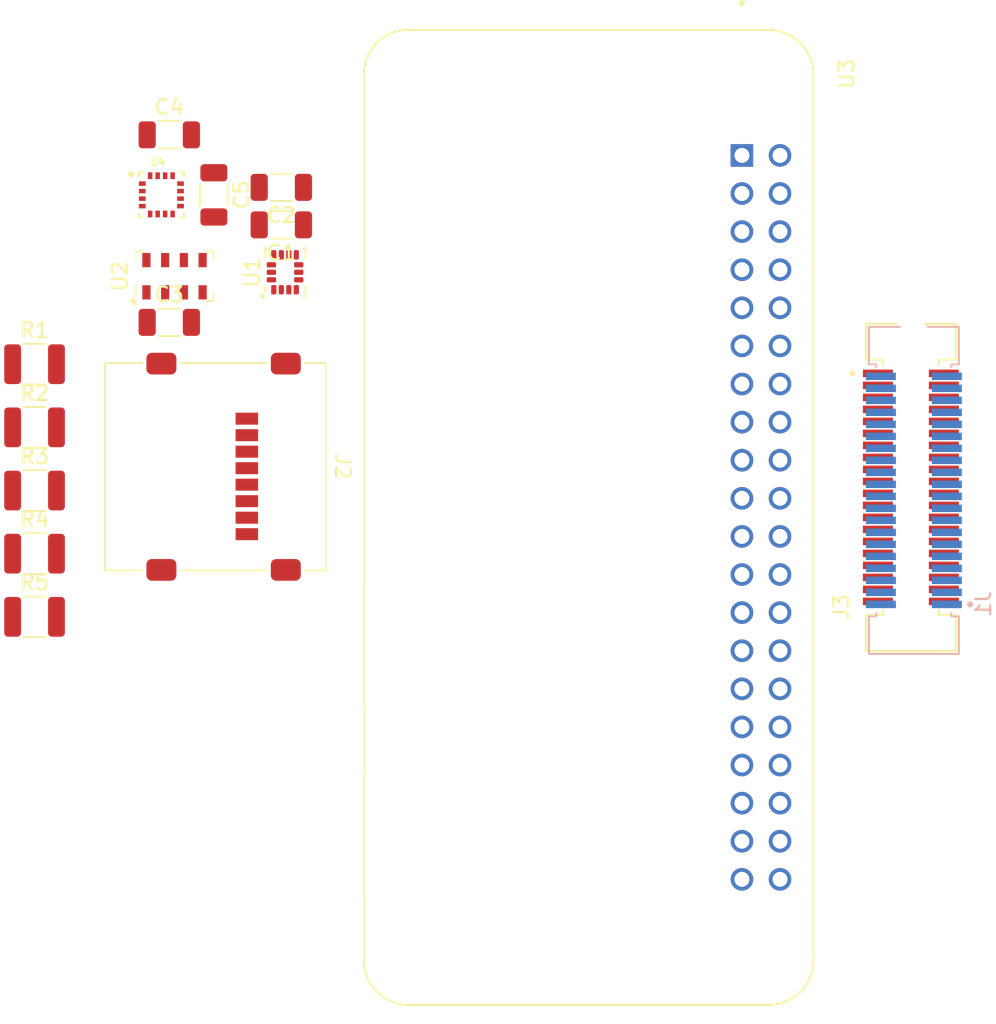
<source format=kicad_pcb>
(kicad_pcb (version 20240108) (generator "pcbnew") (generator_version "8.0")
  (layers (0 "F.Cu" signal) (31 "B.Cu" signal) (34 "B.Paste" user) (35 "F.Paste" user) (36 "B.SilkS" user "B.Silkscreen") (37 "F.SilkS" user "F.Silkscreen") (38 "B.Mask" user) (39 "F.Mask" user) (44 "Edge.Cuts" user))
  (net 0 "")
  (net 1 "+3.3V")
  (net 2 "GND")
  (net 3 "Net-(U4-CAP)")
  (net 44 "Net-(J2-DAT1)")
  (net 45 "Net-(J2-DAT2)")
  (net 46 "BUS_SPI0_MOSI")
  (net 47 "BUS_SPI0_MISO")
  (net 48 "BUS_SPI0_CE0")
  (net 49 "BUS_SPI0_SCLK")
  (net 50 "BUS_SPI1_MOSI")
  (net 52 "BUS_SPI1_SCLK")
  (net 53 "BUS_SPI1_MISO")
  (net 57 "BUS_SPI1_CE0")
  (net 58 "BUS_SPI1_CE1")
  (net 59 "PI_GPIO_6")
  (net 60 "+5V")
  (net 61 "PI_PWM1")
  (net 62 "PI_GPIO_22")
  (net 63 "BUS_I2C0_SDA")
  (net 64 "PI_GPIO_27")
  (net 65 "PI_GPIO_23")
  (net 66 "BUS_I2C0_SCL")
  (net 67 "BUS_I2C1_SCL")
  (net 68 "PI_PWM0")
  (net 69 "PI_GPIO_7")
  (net 70 "PI_UART_RX")
  (net 71 "PI_GPIO_24")
  (net 72 "BUS_SPI1_CE2")
  (net 73 "PI_GPIO_25")
  (net 74 "PI_GPIO_26")
  (net 75 "PI_UART_TX")
  (net 76 "BUS_I2C1_SDA")
  (net 77 "PI_GPIO_5")
  (net 78 "PI_GPIO_4")
  (footprint "Resistor_SMD:R_1210_3225Metric" (layer "F.Cu") (at 104.0375 70.42)
    (property "Reference" "R4" (at 0 -2.28 0) (layer "F.SilkS"))
    (property "Value" "50k")
    (fp_line (start -0.723737 -1.355) (end 0.723737 -1.355) (stroke (width 0.12)) (layer "F.SilkS"))
    (fp_line (start -0.723737 1.355) (end 0.723737 1.355) (stroke (width 0.12)) (layer "F.SilkS"))
    (pad "1" smd roundrect (at -1.4625 0) (size 1.125 2.65) (layers "F.Cu" "F.Paste" "F.Mask") (roundrect_rratio 0.222222) (net 1 "+3.3V"))
    (pad "2" smd roundrect (at 1.4625 0) (size 1.125 2.65) (layers "F.Cu" "F.Paste" "F.Mask") (roundrect_rratio 0.222222) (net 48 "BUS_SPI0_CE0"))
  )
  (footprint "Resistor_SMD:R_1210_3225Metric" (layer "F.Cu") (at 104.0375 57.79)
    (property "Reference" "R1" (at 0 -2.28 0) (layer "F.SilkS"))
    (property "Value" "50k")
    (fp_line (start -0.723737 -1.355) (end 0.723737 -1.355) (stroke (width 0.12)) (layer "F.SilkS"))
    (fp_line (start -0.723737 1.355) (end 0.723737 1.355) (stroke (width 0.12)) (layer "F.SilkS"))
    (pad "1" smd roundrect (at -1.4625 0) (size 1.125 2.65) (layers "F.Cu" "F.Paste" "F.Mask") (roundrect_rratio 0.222222) (net 1 "+3.3V"))
    (pad "2" smd roundrect (at 1.4625 0) (size 1.125 2.65) (layers "F.Cu" "F.Paste" "F.Mask") (roundrect_rratio 0.222222) (net 44 "Net-(J2-DAT1)"))
  )
  (footprint "Resistor_SMD:R_1210_3225Metric" (layer "F.Cu") (at 104.0375 66.21)
    (property "Reference" "R3" (at 0 -2.28 0) (layer "F.SilkS"))
    (property "Value" "50k")
    (fp_line (start -0.723737 -1.355) (end 0.723737 -1.355) (stroke (width 0.12)) (layer "F.SilkS"))
    (fp_line (start -0.723737 1.355) (end 0.723737 1.355) (stroke (width 0.12)) (layer "F.SilkS"))
    (pad "1" smd roundrect (at -1.4625 0) (size 1.125 2.65) (layers "F.Cu" "F.Paste" "F.Mask") (roundrect_rratio 0.222222) (net 1 "+3.3V"))
    (pad "2" smd roundrect (at 1.4625 0) (size 1.125 2.65) (layers "F.Cu" "F.Paste" "F.Mask") (roundrect_rratio 0.222222) (net 46 "BUS_SPI0_MOSI"))
  )
  (footprint "Capacitor_SMD:C_1206_3216Metric" (layer "F.Cu") (at 116 46.5 -90)
    (property "Reference" "C5" (at 0 -1.85 90) (layer "F.SilkS"))
    (property "Value" "10u")
    (fp_line (start -0.711252 0.91) (end 0.711252 0.91) (stroke (width 0.12)) (layer "F.SilkS"))
    (fp_line (start -0.711252 -0.91) (end 0.711252 -0.91) (stroke (width 0.12)) (layer "F.SilkS"))
    (pad "1" smd roundrect (at -1.475 0 270) (size 1.15 1.8) (layers "F.Cu" "F.Paste" "F.Mask") (roundrect_rratio 0.217391) (net 3 "Net-(U4-CAP)"))
    (pad "2" smd roundrect (at 1.475 0 270) (size 1.15 1.8) (layers "F.Cu" "F.Paste" "F.Mask") (roundrect_rratio 0.217391) (net 2 "GND"))
  )
  (footprint "Package_LGA:LGA-8_3x5mm_P1.25mm" (layer "F.Cu") (at 113.375 51.925 90)
    (property "Reference" "U2" (at 0 -3.65 90) (layer "F.SilkS"))
    (property "Value" "MS5611-01BA")
    (fp_line (start 1.65 -2.6) (end 1.65 -2.1) (stroke (width 0.12)) (layer "F.SilkS"))
    (fp_line (start 1.15 -2.6) (end 1.65 -2.6) (stroke (width 0.12)) (layer "F.SilkS"))
    (fp_line (start -1.35 -2.6) (end -0.6 -2.6) (stroke (width 0.12)) (layer "F.SilkS"))
    (fp_line (start 1.65 2.1) (end 1.65 2.6) (stroke (width 0.12)) (layer "F.SilkS"))
    (fp_line (start 1.65 2.6) (end 1.15 2.6) (stroke (width 0.12)) (layer "F.SilkS"))
    (fp_line (start -1.15 2.6) (end -1.65 2.6) (stroke (width 0.12)) (layer "F.SilkS"))
    (fp_line (start -1.65 2.6) (end -1.65 2.1) (stroke (width 0.12)) (layer "F.SilkS"))
    (fp_poly (pts (xy -1.55 -2.6) (xy -1.91 -2.6) (xy -1.55 -2.96) (xy -1.55 -2.6)) (stroke (width 0.12)) (fill solid) (layer "F.SilkS"))
    (pad "1" smd rect (at -1.075 -1.875 90) (size 0.95 0.55) (layers "F.Cu" "F.Paste" "F.Mask") (net 1 "+3.3V"))
    (pad "2" smd rect (at -1.075 -0.625 90) (size 0.95 0.55) (layers "F.Cu" "F.Paste" "F.Mask") (net 2 "GND"))
    (pad "3" smd rect (at -1.075 0.625 90) (size 0.95 0.55) (layers "F.Cu" "F.Paste" "F.Mask") (net 2 "GND"))
    (pad "4" smd rect (at -1.075 1.875 90) (size 0.95 0.55) (layers "F.Cu" "F.Paste" "F.Mask") (net 58 "BUS_SPI1_CE1"))
    (pad "5" smd rect (at 1.075 1.875 90) (size 0.95 0.55) (layers "F.Cu" "F.Paste" "F.Mask") (net 58 "BUS_SPI1_CE1"))
    (pad "6" smd rect (at 1.075 0.625 90) (size 0.95 0.55) (layers "F.Cu" "F.Paste" "F.Mask") (net 53 "BUS_SPI1_MISO"))
    (pad "7" smd rect (at 1.075 -0.625 90) (size 0.95 0.55) (layers "F.Cu" "F.Paste" "F.Mask") (net 50 "BUS_SPI1_MOSI"))
    (pad "8" smd rect (at 1.075 -1.875 90) (size 0.95 0.55) (layers "F.Cu" "F.Paste" "F.Mask") (net 52 "BUS_SPI1_SCLK"))
  )
  (footprint "61082-041602LF:AMPHENOL_61082-041602LF" (layer "F.Cu") (at 162.5 66 90)
    (property "Reference" "J3" (at -7.975 -4.635 90) (layer "F.SilkS"))
    (property "Value" "61082-041602LF")
    (fp_line (start 10.9 -3) (end 8.52 -3) (stroke (width 0.127)) (layer "F.SilkS"))
    (fp_line (start 8.52 -3) (end 8.52 -1.875) (stroke (width 0.127)) (layer "F.SilkS"))
    (fp_line (start -8.52 -3) (end -10.9 -3) (stroke (width 0.127)) (layer "F.SilkS"))
    (fp_line (start -10.9 -3) (end -10.9 3) (stroke (width 0.127)) (layer "F.SilkS"))
    (fp_line (start 8.52 -1.875) (end 8.17 -1.875) (stroke (width 0.127)) (layer "F.SilkS"))
    (fp_line (start -8.17 -1.875) (end -8.52 -1.875) (stroke (width 0.127)) (layer "F.SilkS"))
    (fp_line (start -8.52 -1.875) (end -8.52 -3) (stroke (width 0.127)) (layer "F.SilkS"))
    (fp_line (start 10.9 -0.935) (end 10.9 -3) (stroke (width 0.127)) (layer "F.SilkS"))
    (fp_line (start 8.52 1.875) (end 8.52 3) (stroke (width 0.127)) (layer "F.SilkS"))
    (fp_line (start 8.17 1.875) (end 8.52 1.875) (stroke (width 0.127)) (layer "F.SilkS"))
    (fp_line (start -8.52 1.875) (end -8.17 1.875) (stroke (width 0.127)) (layer "F.SilkS"))
    (fp_line (start 10.9 3) (end 10.9 0.935) (stroke (width 0.127)) (layer "F.SilkS"))
    (fp_line (start 8.52 3) (end 10.9 3) (stroke (width 0.127)) (layer "F.SilkS"))
    (fp_line (start -8.52 3) (end -8.52 1.875) (stroke (width 0.127)) (layer "F.SilkS"))
    (fp_line (start -10.9 3) (end -8.52 3) (stroke (width 0.127)) (layer "F.SilkS"))
    (fp_circle (center 7.6 -3.9) (end 7.7 -3.9) (stroke (width 0.2)) (fill none) (layer "F.SilkS"))
    (pad "" np_thru_hole circle (at -10.1 0 90) (size 0.83 0.83) (drill 0.83) (layers "*.Cu" "*.Mask"))
    (pad "" np_thru_hole circle (at 10.1 0 90) (size 1.23 1.23) (drill 1.23) (layers "*.Cu" "*.Mask"))
    (pad "1" smd rect (at 7.6 -2.2 90) (size 0.5 2) (layers "F.Cu" "F.Paste" "F.Mask"))
    (pad "2" smd rect (at 7.6 2.2 90) (size 0.5 2) (layers "F.Cu" "F.Paste" "F.Mask"))
    (pad "3" smd rect (at 6.8 -2.2 90) (size 0.5 2) (layers "F.Cu" "F.Paste" "F.Mask"))
    (pad "4" smd rect (at 6.8 2.2 90) (size 0.5 2) (layers "F.Cu" "F.Paste" "F.Mask"))
    (pad "5" smd rect (at 6 -2.2 90) (size 0.5 2) (layers "F.Cu" "F.Paste" "F.Mask"))
    (pad "6" smd rect (at 6 2.2 90) (size 0.5 2) (layers "F.Cu" "F.Paste" "F.Mask"))
    (pad "7" smd rect (at 5.2 -2.2 90) (size 0.5 2) (layers "F.Cu" "F.Paste" "F.Mask"))
    (pad "8" smd rect (at 5.2 2.2 90) (size 0.5 2) (layers "F.Cu" "F.Paste" "F.Mask"))
    (pad "9" smd rect (at 4.4 -2.2 90) (size 0.5 2) (layers "F.Cu" "F.Paste" "F.Mask"))
    (pad "10" smd rect (at 4.4 2.2 90) (size 0.5 2) (layers "F.Cu" "F.Paste" "F.Mask"))
    (pad "11" smd rect (at 3.6 -2.2 90) (size 0.5 2) (layers "F.Cu" "F.Paste" "F.Mask"))
    (pad "12" smd rect (at 3.6 2.2 90) (size 0.5 2) (layers "F.Cu" "F.Paste" "F.Mask"))
    (pad "13" smd rect (at 2.8 -2.2 90) (size 0.5 2) (layers "F.Cu" "F.Paste" "F.Mask"))
    (pad "14" smd rect (at 2.8 2.2 90) (size 0.5 2) (layers "F.Cu" "F.Paste" "F.Mask"))
    (pad "15" smd rect (at 2 -2.2 90) (size 0.5 2) (layers "F.Cu" "F.Paste" "F.Mask"))
    (pad "16" smd rect (at 2 2.2 90) (size 0.5 2) (layers "F.Cu" "F.Paste" "F.Mask"))
    (pad "17" smd rect (at 1.2 -2.2 90) (size 0.5 2) (layers "F.Cu" "F.Paste" "F.Mask"))
    (pad "18" smd rect (at 1.2 2.2 90) (size 0.5 2) (layers "F.Cu" "F.Paste" "F.Mask"))
    (pad "19" smd rect (at 0.4 -2.2 90) (size 0.5 2) (layers "F.Cu" "F.Paste" "F.Mask"))
    (pad "20" smd rect (at 0.4 2.2 90) (size 0.5 2) (layers "F.Cu" "F.Paste" "F.Mask"))
    (pad "21" smd rect (at -0.4 -2.2 90) (size 0.5 2) (layers "F.Cu" "F.Paste" "F.Mask"))
    (pad "22" smd rect (at -0.4 2.2 90) (size 0.5 2) (layers "F.Cu" "F.Paste" "F.Mask"))
    (pad "23" smd rect (at -1.2 -2.2 90) (size 0.5 2) (layers "F.Cu" "F.Paste" "F.Mask"))
    (pad "24" smd rect (at -1.2 2.2 90) (size 0.5 2) (layers "F.Cu" "F.Paste" "F.Mask"))
    (pad "25" smd rect (at -2 -2.2 90) (size 0.5 2) (layers "F.Cu" "F.Paste" "F.Mask"))
    (pad "26" smd rect (at -2 2.2 90) (size 0.5 2) (layers "F.Cu" "F.Paste" "F.Mask"))
    (pad "27" smd rect (at -2.8 -2.2 90) (size 0.5 2) (layers "F.Cu" "F.Paste" "F.Mask"))
    (pad "28" smd rect (at -2.8 2.2 90) (size 0.5 2) (layers "F.Cu" "F.Paste" "F.Mask"))
    (pad "29" smd rect (at -3.6 -2.2 90) (size 0.5 2) (layers "F.Cu" "F.Paste" "F.Mask"))
    (pad "30" smd rect (at -3.6 2.2 90) (size 0.5 2) (layers "F.Cu" "F.Paste" "F.Mask"))
    (pad "31" smd rect (at -4.4 -2.2 90) (size 0.5 2) (layers "F.Cu" "F.Paste" "F.Mask"))
    (pad "32" smd rect (at -4.4 2.2 90) (size 0.5 2) (layers "F.Cu" "F.Paste" "F.Mask"))
    (pad "33" smd rect (at -5.2 -2.2 90) (size 0.5 2) (layers "F.Cu" "F.Paste" "F.Mask"))
    (pad "34" smd rect (at -5.2 2.2 90) (size 0.5 2) (layers "F.Cu" "F.Paste" "F.Mask"))
    (pad "35" smd rect (at -6 -2.2 90) (size 0.5 2) (layers "F.Cu" "F.Paste" "F.Mask"))
    (pad "36" smd rect (at -6 2.2 90) (size 0.5 2) (layers "F.Cu" "F.Paste" "F.Mask"))
    (pad "37" smd rect (at -6.8 -2.2 90) (size 0.5 2) (layers "F.Cu" "F.Paste" "F.Mask"))
    (pad "38" smd rect (at -6.8 2.2 90) (size 0.5 2) (layers "F.Cu" "F.Paste" "F.Mask"))
    (pad "39" smd rect (at -7.6 -2.2 90) (size 0.5 2) (layers "F.Cu" "F.Paste" "F.Mask"))
    (pad "40" smd rect (at -7.6 2.2 90) (size 0.5 2) (layers "F.Cu" "F.Paste" "F.Mask"))
  )
  (footprint "Resistor_SMD:R_1210_3225Metric" (layer "F.Cu") (at 104.0375 74.63)
    (property "Reference" "R5" (at 0 -2.28 0) (layer "F.SilkS"))
    (property "Value" "50k")
    (fp_line (start -0.723737 -1.355) (end 0.723737 -1.355) (stroke (width 0.12)) (layer "F.SilkS"))
    (fp_line (start -0.723737 1.355) (end 0.723737 1.355) (stroke (width 0.12)) (layer "F.SilkS"))
    (pad "1" smd roundrect (at -1.4625 0) (size 1.125 2.65) (layers "F.Cu" "F.Paste" "F.Mask") (roundrect_rratio 0.222222) (net 1 "+3.3V"))
    (pad "2" smd roundrect (at 1.4625 0) (size 1.125 2.65) (layers "F.Cu" "F.Paste" "F.Mask") (roundrect_rratio 0.222222) (net 45 "Net-(J2-DAT2)"))
  )
  (footprint "Connector_Card:microSD_HC_Molex_47219-2001" (layer "F.Cu") (at 116.1 64.625 -90)
    (property "Reference" "J2" (at 0 -8.5 -90) (layer "F.SilkS"))
    (property "Value" "Micro_SD_Card")
    (fp_line (start -6.91 7.36) (end 6.91 7.36) (stroke (width 0.12)) (layer "F.SilkS"))
    (fp_line (start -6.91 4.86) (end -6.91 7.36) (stroke (width 0.12)) (layer "F.SilkS"))
    (fp_line (start 6.91 4.86) (end 6.91 7.36) (stroke (width 0.12)) (layer "F.SilkS"))
    (fp_line (start -6.91 2.34) (end -6.91 -3.44) (stroke (width 0.12)) (layer "F.SilkS"))
    (fp_line (start 6.91 -3.44) (end 6.91 2.34) (stroke (width 0.12)) (layer "F.SilkS"))
    (fp_line (start -6.91 -7.36) (end -6.91 -5.96) (stroke (width 0.12)) (layer "F.SilkS"))
    (fp_line (start -6.91 -7.36) (end 6.91 -7.36) (stroke (width 0.12)) (layer "F.SilkS"))
    (fp_line (start 6.91 -7.36) (end 6.91 -5.96) (stroke (width 0.12)) (layer "F.SilkS"))
    (pad "1" smd rect (at -3.205 -2.1 270) (size 0.8 1.5) (layers "F.Cu" "F.Paste" "F.Mask") (net 45 "Net-(J2-DAT2)"))
    (pad "2" smd rect (at -2.105 -2.1 270) (size 0.8 1.5) (layers "F.Cu" "F.Paste" "F.Mask") (net 48 "BUS_SPI0_CE0"))
    (pad "3" smd rect (at -1.005 -2.1 270) (size 0.8 1.5) (layers "F.Cu" "F.Paste" "F.Mask") (net 46 "BUS_SPI0_MOSI"))
    (pad "4" smd rect (at 0.095 -2.1 270) (size 0.8 1.5) (layers "F.Cu" "F.Paste" "F.Mask") (net 1 "+3.3V"))
    (pad "5" smd rect (at 1.195 -2.1 270) (size 0.8 1.5) (layers "F.Cu" "F.Paste" "F.Mask") (net 49 "BUS_SPI0_SCLK"))
    (pad "6" smd rect (at 2.295 -2.1 270) (size 0.8 1.5) (layers "F.Cu" "F.Paste" "F.Mask") (net 2 "GND"))
    (pad "7" smd rect (at 3.395 -2.1 270) (size 0.8 1.5) (layers "F.Cu" "F.Paste" "F.Mask") (net 47 "BUS_SPI0_MISO"))
    (pad "8" smd rect (at 4.495 -2.1 270) (size 0.8 1.5) (layers "F.Cu" "F.Paste" "F.Mask") (net 44 "Net-(J2-DAT1)"))
    (pad "9" smd roundrect (at -6.875 -4.7 270) (size 1.45 2) (layers "F.Cu" "F.Paste" "F.Mask") (net 2 "GND"))
    (pad "9" smd roundrect (at -6.875 3.6 270) (size 1.45 2) (layers "F.Cu" "F.Paste" "F.Mask") (net 2 "GND"))
    (pad "9" smd roundrect (at 6.875 -4.7 270) (size 1.45 2) (layers "F.Cu" "F.Paste" "F.Mask") (net 2 "GND"))
    (pad "9" smd roundrect (at 6.875 3.6 270) (size 1.45 2) (layers "F.Cu" "F.Paste" "F.Mask") (net 2 "GND"))
  )
  (footprint "Capacitor_SMD:C_1206_3216Metric" (layer "F.Cu") (at 120.5 46 180)
    (property "Reference" "C2" (at 0 -1.85 360) (layer "F.SilkS"))
    (property "Value" "100n")
    (fp_line (start -0.711252 0.91) (end 0.711252 0.91) (stroke (width 0.12)) (layer "F.SilkS"))
    (fp_line (start -0.711252 -0.91) (end 0.711252 -0.91) (stroke (width 0.12)) (layer "F.SilkS"))
    (pad "1" smd roundrect (at -1.475 0 180) (size 1.15 1.8) (layers "F.Cu" "F.Paste" "F.Mask") (roundrect_rratio 0.217391) (net 1 "+3.3V"))
    (pad "2" smd roundrect (at 1.475 0 180) (size 1.15 1.8) (layers "F.Cu" "F.Paste" "F.Mask") (roundrect_rratio 0.217391) (net 2 "GND"))
  )
  (footprint "Package_LGA:LGA-14_3x2.5mm_P0.5mm_LayoutBorder3x4y" (layer "F.Cu") (at 120.75 51.6625 90)
    (property "Reference" "U1" (at 0 -2.2 90) (layer "F.SilkS"))
    (property "Value" "LSM6DSL")
    (fp_line (start 1.61 -1.36) (end 1.61 -1.185) (stroke (width 0.12)) (layer "F.SilkS"))
    (fp_line (start 0.935 -1.36) (end 1.61 -1.36) (stroke (width 0.12)) (layer "F.SilkS"))
    (fp_line (start -0.935 -1.36) (end -1.31 -1.36) (stroke (width 0.12)) (layer "F.SilkS"))
    (fp_line (start 1.61 1.36) (end 1.61 1.185) (stroke (width 0.12)) (layer "F.SilkS"))
    (fp_line (start 0.935 1.36) (end 1.61 1.36) (stroke (width 0.12)) (layer "F.SilkS"))
    (fp_line (start -0.935 1.36) (end -1.61 1.36) (stroke (width 0.12)) (layer "F.SilkS"))
    (fp_line (start -1.61 1.36) (end -1.61 1.185) (stroke (width 0.12)) (layer "F.SilkS"))
    (fp_poly (pts (xy -1.61 -1.36) (xy -1.75 -1.55) (xy -1.47 -1.55) (xy -1.61 -1.36)) (stroke (width 0.12)) (fill solid) (layer "F.SilkS"))
    (pad "1" smd roundrect (at -1.1625 -0.75 90) (size 0.625 0.35) (layers "F.Cu" "F.Paste" "F.Mask") (net 53 "BUS_SPI1_MISO"))
    (pad "2" smd roundrect (at -1.1625 -0.25 90) (size 0.625 0.35) (layers "F.Cu" "F.Paste" "F.Mask") (net 2 "GND"))
    (pad "3" smd roundrect (at -1.1625 0.25 90) (size 0.625 0.35) (layers "F.Cu" "F.Paste" "F.Mask") (net 2 "GND"))
    (pad "4" smd roundrect (at -1.1625 0.75 90) (size 0.625 0.35) (layers "F.Cu" "F.Paste" "F.Mask"))
    (pad "5" smd roundrect (at -0.5 0.9125 90) (size 0.35 0.625) (layers "F.Cu" "F.Paste" "F.Mask") (net 1 "+3.3V"))
    (pad "6" smd roundrect (at 0 0.9125 90) (size 0.35 0.625) (layers "F.Cu" "F.Paste" "F.Mask") (net 2 "GND"))
    (pad "7" smd roundrect (at 0.5 0.9125 90) (size 0.35 0.625) (layers "F.Cu" "F.Paste" "F.Mask") (net 2 "GND"))
    (pad "8" smd roundrect (at 1.1625 0.75 90) (size 0.625 0.35) (layers "F.Cu" "F.Paste" "F.Mask") (net 1 "+3.3V"))
    (pad "9" smd roundrect (at 1.1625 0.25 90) (size 0.625 0.35) (layers "F.Cu" "F.Paste" "F.Mask"))
    (pad "10" smd roundrect (at 1.1625 -0.25 90) (size 0.625 0.35) (layers "F.Cu" "F.Paste" "F.Mask"))
    (pad "11" smd roundrect (at 1.1625 -0.75 90) (size 0.625 0.35) (layers "F.Cu" "F.Paste" "F.Mask"))
    (pad "12" smd roundrect (at 0.5 -0.9125 90) (size 0.35 0.625) (layers "F.Cu" "F.Paste" "F.Mask") (net 57 "BUS_SPI1_CE0"))
    (pad "13" smd roundrect (at 0 -0.9125 90) (size 0.35 0.625) (layers "F.Cu" "F.Paste" "F.Mask") (net 52 "BUS_SPI1_SCLK"))
    (pad "14" smd roundrect (at -0.5 -0.9125 90) (size 0.35 0.625) (layers "F.Cu" "F.Paste" "F.Mask") (net 50 "BUS_SPI1_MOSI"))
  )
  (footprint "Capacitor_SMD:C_1206_3216Metric" (layer "F.Cu") (at 120.5 48.5 180)
    (property "Reference" "C1" (at 0 -1.85 360) (layer "F.SilkS"))
    (property "Value" "100n")
    (fp_line (start -0.711252 0.91) (end 0.711252 0.91) (stroke (width 0.12)) (layer "F.SilkS"))
    (fp_line (start -0.711252 -0.91) (end 0.711252 -0.91) (stroke (width 0.12)) (layer "F.SilkS"))
    (pad "1" smd roundrect (at -1.475 0 180) (size 1.15 1.8) (layers "F.Cu" "F.Paste" "F.Mask") (roundrect_rratio 0.217391) (net 1 "+3.3V"))
    (pad "2" smd roundrect (at 1.475 0 180) (size 1.15 1.8) (layers "F.Cu" "F.Paste" "F.Mask") (roundrect_rratio 0.217391) (net 2 "GND"))
  )
  (footprint "Capacitor_SMD:C_1206_3216Metric" (layer "F.Cu") (at 113.025 42.5)
    (property "Reference" "C4" (at 0 -1.85 0) (layer "F.SilkS"))
    (property "Value" "1u")
    (fp_line (start -0.711252 -0.91) (end 0.711252 -0.91) (stroke (width 0.12)) (layer "F.SilkS"))
    (fp_line (start -0.711252 0.91) (end 0.711252 0.91) (stroke (width 0.12)) (layer "F.SilkS"))
    (pad "1" smd roundrect (at -1.475 0) (size 1.15 1.8) (layers "F.Cu" "F.Paste" "F.Mask") (roundrect_rratio 0.217391) (net 1 "+3.3V"))
    (pad "2" smd roundrect (at 1.475 0) (size 1.15 1.8) (layers "F.Cu" "F.Paste" "F.Mask") (roundrect_rratio 0.217391) (net 2 "GND"))
  )
  (footprint "Resistor_SMD:R_1210_3225Metric" (layer "F.Cu") (at 104.0375 62)
    (property "Reference" "R2" (at 0 -2.28 0) (layer "F.SilkS"))
    (property "Value" "50k")
    (fp_line (start -0.723737 -1.355) (end 0.723737 -1.355) (stroke (width 0.12)) (layer "F.SilkS"))
    (fp_line (start -0.723737 1.355) (end 0.723737 1.355) (stroke (width 0.12)) (layer "F.SilkS"))
    (pad "1" smd roundrect (at -1.4625 0) (size 1.125 2.65) (layers "F.Cu" "F.Paste" "F.Mask") (roundrect_rratio 0.222222) (net 1 "+3.3V"))
    (pad "2" smd roundrect (at 1.4625 0) (size 1.125 2.65) (layers "F.Cu" "F.Paste" "F.Mask") (roundrect_rratio 0.222222) (net 47 "BUS_SPI0_MISO"))
  )
  (footprint "MMC5983MA:MMC5983_PQFN50" (layer "F.Cu") (at 112.5 46.5)
    (property "Reference" "U4" (at -0.226 -2.1868 0) (layer "F.SilkS") (effects (font (size 0.48 0.48) (thickness 0.12))))
    (property "Value" "MMC5983MA")
    (fp_line (start -1.5 -1.5) (end -1.25 -1.5) (stroke (width 0.127)) (layer "F.SilkS"))
    (fp_line (start -1.5 -1.25) (end -1.5 -1.5) (stroke (width 0.127)) (layer "F.SilkS"))
    (fp_line (start -1.5 1.5) (end -1.5 1.25) (stroke (width 0.127)) (layer "F.SilkS"))
    (fp_line (start -1.25 1.5) (end -1.5 1.5) (stroke (width 0.127)) (layer "F.SilkS"))
    (fp_line (start 1.25 -1.5) (end 1.5 -1.5) (stroke (width 0.127)) (layer "F.SilkS"))
    (fp_line (start 1.5 -1.5) (end 1.5 -1.25) (stroke (width 0.127)) (layer "F.SilkS"))
    (fp_line (start 1.5 1.25) (end 1.5 1.5) (stroke (width 0.127)) (layer "F.SilkS"))
    (fp_line (start 1.5 1.5) (end 1.25 1.5) (stroke (width 0.127)) (layer "F.SilkS"))
    (fp_circle (center -2.028 -1.378) (end -1.928 -1.378) (stroke (width 0.2)) (fill none) (layer "F.SilkS"))
    (pad "1" smd rect (at -1.275 -0.75) (size 0.45 0.3) (layers "F.Cu" "F.Paste" "F.Mask") (net 52 "BUS_SPI1_SCLK"))
    (pad "2" smd rect (at -1.275 -0.25) (size 0.45 0.3) (layers "F.Cu" "F.Paste" "F.Mask") (net 1 "+3.3V"))
    (pad "3" smd rect (at -1.275 0.25) (size 0.45 0.3) (layers "F.Cu" "F.Paste" "F.Mask"))
    (pad "4" smd rect (at -1.275 0.75) (size 0.45 0.3) (layers "F.Cu" "F.Paste" "F.Mask") (net 72 "BUS_SPI1_CE2"))
    (pad "5" smd rect (at -0.75 1.275) (size 0.3 0.45) (layers "F.Cu" "F.Paste" "F.Mask") (net 53 "BUS_SPI1_MISO"))
    (pad "6" smd rect (at -0.25 1.275) (size 0.3 0.45) (layers "F.Cu" "F.Paste" "F.Mask"))
    (pad "7" smd rect (at 0.25 1.275) (size 0.3 0.45) (layers "F.Cu" "F.Paste" "F.Mask"))
    (pad "8" smd rect (at 0.75 1.275) (size 0.3 0.45) (layers "F.Cu" "F.Paste" "F.Mask"))
    (pad "9" smd rect (at 1.275 0.75) (size 0.45 0.3) (layers "F.Cu" "F.Paste" "F.Mask") (net 2 "GND"))
    (pad "10" smd rect (at 1.275 0.25) (size 0.45 0.3) (layers "F.Cu" "F.Paste" "F.Mask") (net 3 "Net-(U4-CAP)"))
    (pad "11" smd rect (at 1.275 -0.25) (size 0.45 0.3) (layers "F.Cu" "F.Paste" "F.Mask") (net 2 "GND"))
    (pad "12" smd rect (at 1.275 -0.75) (size 0.45 0.3) (layers "F.Cu" "F.Paste" "F.Mask"))
    (pad "13" smd rect (at 0.75 -1.275) (size 0.3 0.45) (layers "F.Cu" "F.Paste" "F.Mask") (net 1 "+3.3V"))
    (pad "14" smd rect (at 0.25 -1.275) (size 0.3 0.45) (layers "F.Cu" "F.Paste" "F.Mask"))
    (pad "15" smd rect (at -0.25 -1.275) (size 0.3 0.45) (layers "F.Cu" "F.Paste" "F.Mask"))
    (pad "16" smd rect (at -0.75 -1.275) (size 0.3 0.45) (layers "F.Cu" "F.Paste" "F.Mask") (net 50 "BUS_SPI1_MOSI"))
  )
  (footprint "RPI_Zero2W:MODULE_RASPBERRY_PI_ZERO_2_W" (layer "F.Cu") (at 141 68 -90)
    (property "Reference" "U3" (at -29.569 -17.2162 90) (layer "F.SilkS") (effects (font (size 1.00189 1.00189))))
    (property "Value" "RASPBERRY_PI_ZERO_2_W")
    (fp_line (start -29.5 15) (end 29.5 15) (stroke (width 0.127)) (layer "F.SilkS"))
    (fp_line (start 4.4 15) (end 12.75 15) (stroke (width 0.127)) (layer "F.SilkS"))
    (fp_line (start 17 15) (end 25.35 15) (stroke (width 0.127)) (layer "F.SilkS"))
    (fp_line (start 32.5 12) (end 32.5 -12) (stroke (width 0.127)) (layer "F.SilkS"))
    (fp_line (start -32.5 -12) (end -32.5 12) (stroke (width 0.127)) (layer "F.SilkS"))
    (fp_line (start 29.5 -15) (end -29.5 -15) (stroke (width 0.127)) (layer "F.SilkS"))
    (fp_arc (start -29.5 15) (mid -31.62132 14.12132) (end -32.5 12) (stroke (width 0.127)) (layer "F.SilkS"))
    (fp_arc (start 32.5 12) (mid 31.62132 14.12132) (end 29.5 15) (stroke (width 0.127)) (layer "F.SilkS"))
    (fp_arc (start -32.5 -12) (mid -31.62132 -14.12132) (end -29.5 -15) (stroke (width 0.127)) (layer "F.SilkS"))
    (fp_arc (start 29.5 -15) (mid 31.62132 -14.12132) (end 32.5 -12) (stroke (width 0.127)) (layer "F.SilkS"))
    (fp_circle (center -34.29 -10.23) (end -34.19 -10.23) (stroke (width 0.2)) (fill none) (layer "F.SilkS"))
    (pad "" np_thru_hole circle (at -29 -11.5 270) (size 2.75 2.75) (drill 2.75) (layers "*.Cu" "*.Mask"))
    (pad "" np_thru_hole circle (at -29 11.5 270) (size 2.75 2.75) (drill 2.75) (layers "*.Cu" "*.Mask"))
    (pad "" np_thru_hole circle (at 29 -11.5 270) (size 2.75 2.75) (drill 2.75) (layers "*.Cu" "*.Mask"))
    (pad "" np_thru_hole circle (at 29 11.5 270) (size 2.75 2.75) (drill 2.75) (layers "*.Cu" "*.Mask"))
    (pad "1" thru_hole rect (at -24.13 -10.23 270) (size 1.508 1.508) (drill 1) (layers "*.Cu" "*.Mask") (net 1 "+3.3V"))
    (pad "2" thru_hole circle (at -24.13 -12.77 270) (size 1.508 1.508) (drill 1) (layers "*.Cu" "*.Mask") (net 60 "+5V"))
    (pad "3" thru_hole circle (at -21.59 -10.23 270) (size 1.508 1.508) (drill 1) (layers "*.Cu" "*.Mask") (net 76 "BUS_I2C1_SDA"))
    (pad "4" thru_hole circle (at -21.59 -12.77 270) (size 1.508 1.508) (drill 1) (layers "*.Cu" "*.Mask") (net 60 "+5V"))
    (pad "5" thru_hole circle (at -19.05 -10.23 270) (size 1.508 1.508) (drill 1) (layers "*.Cu" "*.Mask") (net 67 "BUS_I2C1_SCL"))
    (pad "6" thru_hole circle (at -19.05 -12.77 270) (size 1.508 1.508) (drill 1) (layers "*.Cu" "*.Mask") (net 2 "GND"))
    (pad "7" thru_hole circle (at -16.51 -10.23 270) (size 1.508 1.508) (drill 1) (layers "*.Cu" "*.Mask") (net 78 "PI_GPIO_4"))
    (pad "8" thru_hole circle (at -16.51 -12.77 270) (size 1.508 1.508) (drill 1) (layers "*.Cu" "*.Mask") (net 75 "PI_UART_TX"))
    (pad "9" thru_hole circle (at -13.97 -10.23 270) (size 1.508 1.508) (drill 1) (layers "*.Cu" "*.Mask") (net 2 "GND"))
    (pad "10" thru_hole circle (at -13.97 -12.77 270) (size 1.508 1.508) (drill 1) (layers "*.Cu" "*.Mask") (net 70 "PI_UART_RX"))
    (pad "11" thru_hole circle (at -11.43 -10.23 270) (size 1.508 1.508) (drill 1) (layers "*.Cu" "*.Mask") (net 58 "BUS_SPI1_CE1"))
    (pad "12" thru_hole circle (at -11.43 -12.77 270) (size 1.508 1.508) (drill 1) (layers "*.Cu" "*.Mask") (net 57 "BUS_SPI1_CE0"))
    (pad "13" thru_hole circle (at -8.89 -10.23 270) (size 1.508 1.508) (drill 1) (layers "*.Cu" "*.Mask") (net 64 "PI_GPIO_27"))
    (pad "14" thru_hole circle (at -8.89 -12.77 270) (size 1.508 1.508) (drill 1) (layers "*.Cu" "*.Mask") (net 2 "GND"))
    (pad "15" thru_hole circle (at -6.35 -10.23 270) (size 1.508 1.508) (drill 1) (layers "*.Cu" "*.Mask") (net 62 "PI_GPIO_22"))
    (pad "16" thru_hole circle (at -6.35 -12.77 270) (size 1.508 1.508) (drill 1) (layers "*.Cu" "*.Mask") (net 65 "PI_GPIO_23"))
    (pad "17" thru_hole circle (at -3.81 -10.23 270) (size 1.508 1.508) (drill 1) (layers "*.Cu" "*.Mask") (net 1 "+3.3V"))
    (pad "18" thru_hole circle (at -3.81 -12.77 270) (size 1.508 1.508) (drill 1) (layers "*.Cu" "*.Mask") (net 71 "PI_GPIO_24"))
    (pad "19" thru_hole circle (at -1.27 -10.23 270) (size 1.508 1.508) (drill 1) (layers "*.Cu" "*.Mask") (net 46 "BUS_SPI0_MOSI"))
    (pad "20" thru_hole circle (at -1.27 -12.77 270) (size 1.508 1.508) (drill 1) (layers "*.Cu" "*.Mask") (net 2 "GND"))
    (pad "21" thru_hole circle (at 1.27 -10.23 270) (size 1.508 1.508) (drill 1) (layers "*.Cu" "*.Mask") (net 47 "BUS_SPI0_MISO"))
    (pad "22" thru_hole circle (at 1.27 -12.77 270) (size 1.508 1.508) (drill 1) (layers "*.Cu" "*.Mask") (net 73 "PI_GPIO_25"))
    (pad "23" thru_hole circle (at 3.81 -10.23 270) (size 1.508 1.508) (drill 1) (layers "*.Cu" "*.Mask") (net 49 "BUS_SPI0_SCLK"))
    (pad "24" thru_hole circle (at 3.81 -12.77 270) (size 1.508 1.508) (drill 1) (layers "*.Cu" "*.Mask") (net 48 "BUS_SPI0_CE0"))
    (pad "25" thru_hole circle (at 6.35 -10.23 270) (size 1.508 1.508) (drill 1) (layers "*.Cu" "*.Mask") (net 2 "GND"))
    (pad "26" thru_hole circle (at 6.35 -12.77 270) (size 1.508 1.508) (drill 1) (layers "*.Cu" "*.Mask") (net 69 "PI_GPIO_7"))
    (pad "27" thru_hole circle (at 8.89 -10.23 270) (size 1.508 1.508) (drill 1) (layers "*.Cu" "*.Mask") (net 63 "BUS_I2C0_SDA"))
    (pad "28" thru_hole circle (at 8.89 -12.77 270) (size 1.508 1.508) (drill 1) (layers "*.Cu" "*.Mask") (net 66 "BUS_I2C0_SCL"))
    (pad "29" thru_hole circle (at 11.43 -10.23 270) (size 1.508 1.508) (drill 1) (layers "*.Cu" "*.Mask") (net 77 "PI_GPIO_5"))
    (pad "30" thru_hole circle (at 11.43 -12.77 270) (size 1.508 1.508) (drill 1) (layers "*.Cu" "*.Mask") (net 2 "GND"))
    (pad "31" thru_hole circle (at 13.97 -10.23 270) (size 1.508 1.508) (drill 1) (layers "*.Cu" "*.Mask") (net 59 "PI_GPIO_6"))
    (pad "32" thru_hole circle (at 13.97 -12.77 270) (size 1.508 1.508) (drill 1) (layers "*.Cu" "*.Mask") (net 68 "PI_PWM0"))
    (pad "33" thru_hole circle (at 16.51 -10.23 270) (size 1.508 1.508) (drill 1) (layers "*.Cu" "*.Mask") (net 61 "PI_PWM1"))
    (pad "34" thru_hole circle (at 16.51 -12.77 270) (size 1.508 1.508) (drill 1) (layers "*.Cu" "*.Mask") (net 2 "GND"))
    (pad "35" thru_hole circle (at 19.05 -10.23 270) (size 1.508 1.508) (drill 1) (layers "*.Cu" "*.Mask") (net 53 "BUS_SPI1_MISO"))
    (pad "36" thru_hole circle (at 19.05 -12.77 270) (size 1.508 1.508) (drill 1) (layers "*.Cu" "*.Mask") (net 72 "BUS_SPI1_CE2"))
    (pad "37" thru_hole circle (at 21.59 -10.23 270) (size 1.508 1.508) (drill 1) (layers "*.Cu" "*.Mask") (net 74 "PI_GPIO_26"))
    (pad "38" thru_hole circle (at 21.59 -12.77 270) (size 1.508 1.508) (drill 1) (layers "*.Cu" "*.Mask") (net 50 "BUS_SPI1_MOSI"))
    (pad "39" thru_hole circle (at 24.13 -10.23 270) (size 1.508 1.508) (drill 1) (layers "*.Cu" "*.Mask") (net 2 "GND"))
    (pad "40" thru_hole circle (at 24.13 -12.77 270) (size 1.508 1.508) (drill 1) (layers "*.Cu" "*.Mask") (net 52 "BUS_SPI1_SCLK"))
  )
  (footprint "Capacitor_SMD:C_1206_3216Metric" (layer "F.Cu") (at 113.025 55)
    (property "Reference" "C3" (at 0 -1.85 0) (layer "F.SilkS"))
    (property "Value" "100n")
    (fp_line (start -0.711252 -0.91) (end 0.711252 -0.91) (stroke (width 0.12)) (layer "F.SilkS"))
    (fp_line (start -0.711252 0.91) (end 0.711252 0.91) (stroke (width 0.12)) (layer "F.SilkS"))
    (pad "1" smd roundrect (at -1.475 0) (size 1.15 1.8) (layers "F.Cu" "F.Paste" "F.Mask") (roundrect_rratio 0.217391) (net 1 "+3.3V"))
    (pad "2" smd roundrect (at 1.475 0) (size 1.15 1.8) (layers "F.Cu" "F.Paste" "F.Mask") (roundrect_rratio 0.217391) (net 2 "GND"))
  )
  (footprint "61083-041402LF:AMPHENOL_61083-041402LF" (layer "B.Cu") (at 162.7 66.2 90)
    (property "Reference" "J1" (at -7.575 4.635 90) (layer "B.SilkS") (effects (justify mirror)))
    (property "Value" "61083-041402LF")
    (fp_line (start 10.9 -3) (end 10.9 -0.935) (stroke (width 0.127)) (layer "B.SilkS"))
    (fp_line (start 8.4 -3) (end 10.9 -3) (stroke (width 0.127)) (layer "B.SilkS"))
    (fp_line (start 8.4 -3) (end 8.4 -2.5) (stroke (width 0.127)) (layer "B.SilkS"))
    (fp_line (start -8.4 -3) (end -10.9 -3) (stroke (width 0.127)) (layer "B.SilkS"))
    (fp_line (start -10.9 -3) (end -10.9 3) (stroke (width 0.127)) (layer "B.SilkS"))
    (fp_line (start 8.4 -2.5) (end 8.17 -2.5) (stroke (width 0.127)) (layer "B.SilkS"))
    (fp_line (start -8.17 -2.5) (end -8.4 -2.5) (stroke (width 0.127)) (layer "B.SilkS"))
    (fp_line (start -8.4 -2.5) (end -8.4 -3) (stroke (width 0.127)) (layer "B.SilkS"))
    (fp_line (start 10.9 0.935) (end 10.9 3) (stroke (width 0.127)) (layer "B.SilkS"))
    (fp_line (start 8.4 2.5) (end 8.17 2.5) (stroke (width 0.127)) (layer "B.SilkS"))
    (fp_line (start -8.17 2.5) (end -8.4 2.5) (stroke (width 0.127)) (layer "B.SilkS"))
    (fp_line (start -8.4 2.5) (end -8.4 3) (stroke (width 0.127)) (layer "B.SilkS"))
    (fp_line (start 10.9 3) (end 8.4 3) (stroke (width 0.127)) (layer "B.SilkS"))
    (fp_line (start 8.4 3) (end 8.4 2.5) (stroke (width 0.127)) (layer "B.SilkS"))
    (fp_line (start -8.4 3) (end -10.9 3) (stroke (width 0.127)) (layer "B.SilkS"))
    (fp_circle (center -7.6 3.75) (end -7.5 3.75) (stroke (width 0.2)) (fill none) (layer "B.SilkS"))
    (pad "" np_thru_hole circle (at -10.1 0 90) (size 0.83 0.83) (drill 0.83) (layers "*.Cu" "*.Mask"))
    (pad "" np_thru_hole circle (at 10.1 0 90) (size 1.23 1.23) (drill 1.23) (layers "*.Cu" "*.Mask"))
    (pad "1" smd rect (at -7.6 2.2 90) (size 0.5 2) (layers "B.Cu" "B.Paste" "B.Mask"))
    (pad "2" smd rect (at -7.6 -2.2 90) (size 0.5 2) (layers "B.Cu" "B.Paste" "B.Mask"))
    (pad "3" smd rect (at -6.8 2.2 90) (size 0.5 2) (layers "B.Cu" "B.Paste" "B.Mask"))
    (pad "4" smd rect (at -6.8 -2.2 90) (size 0.5 2) (layers "B.Cu" "B.Paste" "B.Mask"))
    (pad "5" smd rect (at -6 2.2 90) (size 0.5 2) (layers "B.Cu" "B.Paste" "B.Mask"))
    (pad "6" smd rect (at -6 -2.2 90) (size 0.5 2) (layers "B.Cu" "B.Paste" "B.Mask"))
    (pad "7" smd rect (at -5.2 2.2 90) (size 0.5 2) (layers "B.Cu" "B.Paste" "B.Mask"))
    (pad "8" smd rect (at -5.2 -2.2 90) (size 0.5 2) (layers "B.Cu" "B.Paste" "B.Mask"))
    (pad "9" smd rect (at -4.4 2.2 90) (size 0.5 2) (layers "B.Cu" "B.Paste" "B.Mask"))
    (pad "10" smd rect (at -4.4 -2.2 90) (size 0.5 2) (layers "B.Cu" "B.Paste" "B.Mask"))
    (pad "11" smd rect (at -3.6 2.2 90) (size 0.5 2) (layers "B.Cu" "B.Paste" "B.Mask"))
    (pad "12" smd rect (at -3.6 -2.2 90) (size 0.5 2) (layers "B.Cu" "B.Paste" "B.Mask"))
    (pad "13" smd rect (at -2.8 2.2 90) (size 0.5 2) (layers "B.Cu" "B.Paste" "B.Mask"))
    (pad "14" smd rect (at -2.8 -2.2 90) (size 0.5 2) (layers "B.Cu" "B.Paste" "B.Mask"))
    (pad "15" smd rect (at -2 2.2 90) (size 0.5 2) (layers "B.Cu" "B.Paste" "B.Mask"))
    (pad "16" smd rect (at -2 -2.2 90) (size 0.5 2) (layers "B.Cu" "B.Paste" "B.Mask"))
    (pad "17" smd rect (at -1.2 2.2 90) (size 0.5 2) (layers "B.Cu" "B.Paste" "B.Mask"))
    (pad "18" smd rect (at -1.2 -2.2 90) (size 0.5 2) (layers "B.Cu" "B.Paste" "B.Mask"))
    (pad "19" smd rect (at -0.4 2.2 90) (size 0.5 2) (layers "B.Cu" "B.Paste" "B.Mask"))
    (pad "20" smd rect (at -0.4 -2.2 90) (size 0.5 2) (layers "B.Cu" "B.Paste" "B.Mask"))
    (pad "21" smd rect (at 0.4 2.2 90) (size 0.5 2) (layers "B.Cu" "B.Paste" "B.Mask"))
    (pad "22" smd rect (at 0.4 -2.2 90) (size 0.5 2) (layers "B.Cu" "B.Paste" "B.Mask"))
    (pad "23" smd rect (at 1.2 2.2 90) (size 0.5 2) (layers "B.Cu" "B.Paste" "B.Mask"))
    (pad "24" smd rect (at 1.2 -2.2 90) (size 0.5 2) (layers "B.Cu" "B.Paste" "B.Mask"))
    (pad "25" smd rect (at 2 2.2 90) (size 0.5 2) (layers "B.Cu" "B.Paste" "B.Mask"))
    (pad "26" smd rect (at 2 -2.2 90) (size 0.5 2) (layers "B.Cu" "B.Paste" "B.Mask"))
    (pad "27" smd rect (at 2.8 2.2 90) (size 0.5 2) (layers "B.Cu" "B.Paste" "B.Mask"))
    (pad "28" smd rect (at 2.8 -2.2 90) (size 0.5 2) (layers "B.Cu" "B.Paste" "B.Mask"))
    (pad "29" smd rect (at 3.6 2.2 90) (size 0.5 2) (layers "B.Cu" "B.Paste" "B.Mask"))
    (pad "30" smd rect (at 3.6 -2.2 90) (size 0.5 2) (layers "B.Cu" "B.Paste" "B.Mask"))
    (pad "31" smd rect (at 4.4 2.2 90) (size 0.5 2) (layers "B.Cu" "B.Paste" "B.Mask"))
    (pad "32" smd rect (at 4.4 -2.2 90) (size 0.5 2) (layers "B.Cu" "B.Paste" "B.Mask"))
    (pad "33" smd rect (at 5.2 2.2 90) (size 0.5 2) (layers "B.Cu" "B.Paste" "B.Mask"))
    (pad "34" smd rect (at 5.2 -2.2 90) (size 0.5 2) (layers "B.Cu" "B.Paste" "B.Mask"))
    (pad "35" smd rect (at 6 2.2 90) (size 0.5 2) (layers "B.Cu" "B.Paste" "B.Mask"))
    (pad "36" smd rect (at 6 -2.2 90) (size 0.5 2) (layers "B.Cu" "B.Paste" "B.Mask"))
    (pad "37" smd rect (at 6.8 2.2 90) (size 0.5 2) (layers "B.Cu" "B.Paste" "B.Mask"))
    (pad "38" smd rect (at 6.8 -2.2 90) (size 0.5 2) (layers "B.Cu" "B.Paste" "B.Mask"))
    (pad "39" smd rect (at 7.6 2.2 90) (size 0.5 2) (layers "B.Cu" "B.Paste" "B.Mask"))
    (pad "40" smd rect (at 7.6 -2.2 90) (size 0.5 2) (layers "B.Cu" "B.Paste" "B.Mask"))
  )
)
</source>
